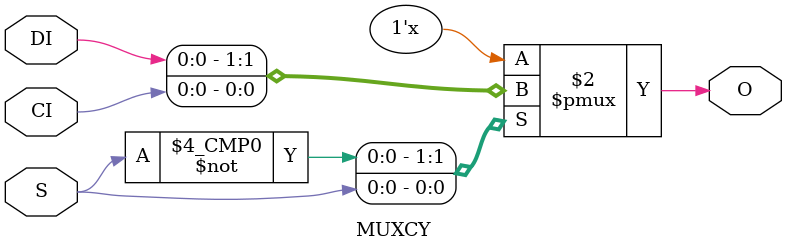
<source format=v>
/*
Author(s): Steven Miller
Date created: September 19 2024
Purpose: replacement for xilinx MUXCY hard IP

Notes:
	$ Steven 9/19/2024: initial creation
*/

module MUXCY
(
	input DI,
	input CI,
	input S,
	output reg O
	
);

always @ (DI or CI or S)
begin
	case(S)
		0: O <= DI;
		1: O <= CI;
	endcase
end

endmodule
</source>
